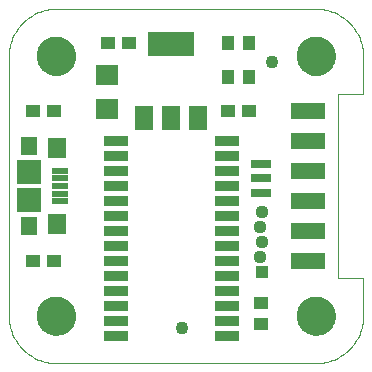
<source format=gts>
G75*
G70*
%OFA0B0*%
%FSLAX24Y24*%
%IPPOS*%
%LPD*%
%AMOC8*
5,1,8,0,0,1.08239X$1,22.5*
%
%ADD10C,0.0000*%
%ADD11C,0.1300*%
%ADD12R,0.0591X0.0670*%
%ADD13R,0.0552X0.0611*%
%ADD14R,0.0788X0.0788*%
%ADD15R,0.0571X0.0197*%
%ADD16R,0.1142X0.0552*%
%ADD17R,0.0827X0.0340*%
%ADD18R,0.0440X0.0440*%
%ADD19C,0.0440*%
%ADD20R,0.0473X0.0434*%
%ADD21R,0.0750X0.0670*%
%ADD22R,0.0434X0.0473*%
%ADD23R,0.0631X0.0827*%
%ADD24R,0.1536X0.0827*%
%ADD25R,0.0709X0.0316*%
%ADD26C,0.0434*%
D10*
X006993Y010471D02*
X015654Y010471D01*
X015024Y012046D02*
X015026Y012096D01*
X015032Y012146D01*
X015042Y012195D01*
X015056Y012243D01*
X015073Y012290D01*
X015094Y012335D01*
X015119Y012379D01*
X015147Y012420D01*
X015179Y012459D01*
X015213Y012496D01*
X015250Y012530D01*
X015290Y012560D01*
X015332Y012587D01*
X015376Y012611D01*
X015422Y012632D01*
X015469Y012648D01*
X015517Y012661D01*
X015567Y012670D01*
X015616Y012675D01*
X015667Y012676D01*
X015717Y012673D01*
X015766Y012666D01*
X015815Y012655D01*
X015863Y012640D01*
X015909Y012622D01*
X015954Y012600D01*
X015997Y012574D01*
X016038Y012545D01*
X016077Y012513D01*
X016113Y012478D01*
X016145Y012440D01*
X016175Y012400D01*
X016202Y012357D01*
X016225Y012313D01*
X016244Y012267D01*
X016260Y012219D01*
X016272Y012170D01*
X016280Y012121D01*
X016284Y012071D01*
X016284Y012021D01*
X016280Y011971D01*
X016272Y011922D01*
X016260Y011873D01*
X016244Y011825D01*
X016225Y011779D01*
X016202Y011735D01*
X016175Y011692D01*
X016145Y011652D01*
X016113Y011614D01*
X016077Y011579D01*
X016038Y011547D01*
X015997Y011518D01*
X015954Y011492D01*
X015909Y011470D01*
X015863Y011452D01*
X015815Y011437D01*
X015766Y011426D01*
X015717Y011419D01*
X015667Y011416D01*
X015616Y011417D01*
X015567Y011422D01*
X015517Y011431D01*
X015469Y011444D01*
X015422Y011460D01*
X015376Y011481D01*
X015332Y011505D01*
X015290Y011532D01*
X015250Y011562D01*
X015213Y011596D01*
X015179Y011633D01*
X015147Y011672D01*
X015119Y011713D01*
X015094Y011757D01*
X015073Y011802D01*
X015056Y011849D01*
X015042Y011897D01*
X015032Y011946D01*
X015026Y011996D01*
X015024Y012046D01*
X015654Y010471D02*
X015731Y010473D01*
X015808Y010479D01*
X015885Y010488D01*
X015961Y010501D01*
X016037Y010518D01*
X016111Y010539D01*
X016185Y010563D01*
X016257Y010591D01*
X016327Y010622D01*
X016396Y010657D01*
X016464Y010695D01*
X016529Y010736D01*
X016592Y010781D01*
X016653Y010829D01*
X016712Y010879D01*
X016768Y010932D01*
X016821Y010988D01*
X016871Y011047D01*
X016919Y011108D01*
X016964Y011171D01*
X017005Y011236D01*
X017043Y011304D01*
X017078Y011373D01*
X017109Y011443D01*
X017137Y011515D01*
X017161Y011589D01*
X017182Y011663D01*
X017199Y011739D01*
X017212Y011815D01*
X017221Y011892D01*
X017227Y011969D01*
X017229Y012046D01*
X017229Y013305D01*
X016404Y013305D01*
X016404Y019447D01*
X017229Y019447D01*
X017229Y020707D01*
X015024Y020707D02*
X015026Y020757D01*
X015032Y020807D01*
X015042Y020856D01*
X015056Y020904D01*
X015073Y020951D01*
X015094Y020996D01*
X015119Y021040D01*
X015147Y021081D01*
X015179Y021120D01*
X015213Y021157D01*
X015250Y021191D01*
X015290Y021221D01*
X015332Y021248D01*
X015376Y021272D01*
X015422Y021293D01*
X015469Y021309D01*
X015517Y021322D01*
X015567Y021331D01*
X015616Y021336D01*
X015667Y021337D01*
X015717Y021334D01*
X015766Y021327D01*
X015815Y021316D01*
X015863Y021301D01*
X015909Y021283D01*
X015954Y021261D01*
X015997Y021235D01*
X016038Y021206D01*
X016077Y021174D01*
X016113Y021139D01*
X016145Y021101D01*
X016175Y021061D01*
X016202Y021018D01*
X016225Y020974D01*
X016244Y020928D01*
X016260Y020880D01*
X016272Y020831D01*
X016280Y020782D01*
X016284Y020732D01*
X016284Y020682D01*
X016280Y020632D01*
X016272Y020583D01*
X016260Y020534D01*
X016244Y020486D01*
X016225Y020440D01*
X016202Y020396D01*
X016175Y020353D01*
X016145Y020313D01*
X016113Y020275D01*
X016077Y020240D01*
X016038Y020208D01*
X015997Y020179D01*
X015954Y020153D01*
X015909Y020131D01*
X015863Y020113D01*
X015815Y020098D01*
X015766Y020087D01*
X015717Y020080D01*
X015667Y020077D01*
X015616Y020078D01*
X015567Y020083D01*
X015517Y020092D01*
X015469Y020105D01*
X015422Y020121D01*
X015376Y020142D01*
X015332Y020166D01*
X015290Y020193D01*
X015250Y020223D01*
X015213Y020257D01*
X015179Y020294D01*
X015147Y020333D01*
X015119Y020374D01*
X015094Y020418D01*
X015073Y020463D01*
X015056Y020510D01*
X015042Y020558D01*
X015032Y020607D01*
X015026Y020657D01*
X015024Y020707D01*
X015654Y022282D02*
X015731Y022280D01*
X015808Y022274D01*
X015885Y022265D01*
X015961Y022252D01*
X016037Y022235D01*
X016111Y022214D01*
X016185Y022190D01*
X016257Y022162D01*
X016327Y022131D01*
X016396Y022096D01*
X016464Y022058D01*
X016529Y022017D01*
X016592Y021972D01*
X016653Y021924D01*
X016712Y021874D01*
X016768Y021821D01*
X016821Y021765D01*
X016871Y021706D01*
X016919Y021645D01*
X016964Y021582D01*
X017005Y021517D01*
X017043Y021449D01*
X017078Y021380D01*
X017109Y021310D01*
X017137Y021238D01*
X017161Y021164D01*
X017182Y021090D01*
X017199Y021014D01*
X017212Y020938D01*
X017221Y020861D01*
X017227Y020784D01*
X017229Y020707D01*
X015654Y022282D02*
X006993Y022282D01*
X006363Y020707D02*
X006365Y020757D01*
X006371Y020807D01*
X006381Y020856D01*
X006395Y020904D01*
X006412Y020951D01*
X006433Y020996D01*
X006458Y021040D01*
X006486Y021081D01*
X006518Y021120D01*
X006552Y021157D01*
X006589Y021191D01*
X006629Y021221D01*
X006671Y021248D01*
X006715Y021272D01*
X006761Y021293D01*
X006808Y021309D01*
X006856Y021322D01*
X006906Y021331D01*
X006955Y021336D01*
X007006Y021337D01*
X007056Y021334D01*
X007105Y021327D01*
X007154Y021316D01*
X007202Y021301D01*
X007248Y021283D01*
X007293Y021261D01*
X007336Y021235D01*
X007377Y021206D01*
X007416Y021174D01*
X007452Y021139D01*
X007484Y021101D01*
X007514Y021061D01*
X007541Y021018D01*
X007564Y020974D01*
X007583Y020928D01*
X007599Y020880D01*
X007611Y020831D01*
X007619Y020782D01*
X007623Y020732D01*
X007623Y020682D01*
X007619Y020632D01*
X007611Y020583D01*
X007599Y020534D01*
X007583Y020486D01*
X007564Y020440D01*
X007541Y020396D01*
X007514Y020353D01*
X007484Y020313D01*
X007452Y020275D01*
X007416Y020240D01*
X007377Y020208D01*
X007336Y020179D01*
X007293Y020153D01*
X007248Y020131D01*
X007202Y020113D01*
X007154Y020098D01*
X007105Y020087D01*
X007056Y020080D01*
X007006Y020077D01*
X006955Y020078D01*
X006906Y020083D01*
X006856Y020092D01*
X006808Y020105D01*
X006761Y020121D01*
X006715Y020142D01*
X006671Y020166D01*
X006629Y020193D01*
X006589Y020223D01*
X006552Y020257D01*
X006518Y020294D01*
X006486Y020333D01*
X006458Y020374D01*
X006433Y020418D01*
X006412Y020463D01*
X006395Y020510D01*
X006381Y020558D01*
X006371Y020607D01*
X006365Y020657D01*
X006363Y020707D01*
X005418Y020707D02*
X005420Y020784D01*
X005426Y020861D01*
X005435Y020938D01*
X005448Y021014D01*
X005465Y021090D01*
X005486Y021164D01*
X005510Y021238D01*
X005538Y021310D01*
X005569Y021380D01*
X005604Y021449D01*
X005642Y021517D01*
X005683Y021582D01*
X005728Y021645D01*
X005776Y021706D01*
X005826Y021765D01*
X005879Y021821D01*
X005935Y021874D01*
X005994Y021924D01*
X006055Y021972D01*
X006118Y022017D01*
X006183Y022058D01*
X006251Y022096D01*
X006320Y022131D01*
X006390Y022162D01*
X006462Y022190D01*
X006536Y022214D01*
X006610Y022235D01*
X006686Y022252D01*
X006762Y022265D01*
X006839Y022274D01*
X006916Y022280D01*
X006993Y022282D01*
X005418Y020707D02*
X005418Y012046D01*
X006363Y012046D02*
X006365Y012096D01*
X006371Y012146D01*
X006381Y012195D01*
X006395Y012243D01*
X006412Y012290D01*
X006433Y012335D01*
X006458Y012379D01*
X006486Y012420D01*
X006518Y012459D01*
X006552Y012496D01*
X006589Y012530D01*
X006629Y012560D01*
X006671Y012587D01*
X006715Y012611D01*
X006761Y012632D01*
X006808Y012648D01*
X006856Y012661D01*
X006906Y012670D01*
X006955Y012675D01*
X007006Y012676D01*
X007056Y012673D01*
X007105Y012666D01*
X007154Y012655D01*
X007202Y012640D01*
X007248Y012622D01*
X007293Y012600D01*
X007336Y012574D01*
X007377Y012545D01*
X007416Y012513D01*
X007452Y012478D01*
X007484Y012440D01*
X007514Y012400D01*
X007541Y012357D01*
X007564Y012313D01*
X007583Y012267D01*
X007599Y012219D01*
X007611Y012170D01*
X007619Y012121D01*
X007623Y012071D01*
X007623Y012021D01*
X007619Y011971D01*
X007611Y011922D01*
X007599Y011873D01*
X007583Y011825D01*
X007564Y011779D01*
X007541Y011735D01*
X007514Y011692D01*
X007484Y011652D01*
X007452Y011614D01*
X007416Y011579D01*
X007377Y011547D01*
X007336Y011518D01*
X007293Y011492D01*
X007248Y011470D01*
X007202Y011452D01*
X007154Y011437D01*
X007105Y011426D01*
X007056Y011419D01*
X007006Y011416D01*
X006955Y011417D01*
X006906Y011422D01*
X006856Y011431D01*
X006808Y011444D01*
X006761Y011460D01*
X006715Y011481D01*
X006671Y011505D01*
X006629Y011532D01*
X006589Y011562D01*
X006552Y011596D01*
X006518Y011633D01*
X006486Y011672D01*
X006458Y011713D01*
X006433Y011757D01*
X006412Y011802D01*
X006395Y011849D01*
X006381Y011897D01*
X006371Y011946D01*
X006365Y011996D01*
X006363Y012046D01*
X005418Y012046D02*
X005420Y011969D01*
X005426Y011892D01*
X005435Y011815D01*
X005448Y011739D01*
X005465Y011663D01*
X005486Y011589D01*
X005510Y011515D01*
X005538Y011443D01*
X005569Y011373D01*
X005604Y011304D01*
X005642Y011236D01*
X005683Y011171D01*
X005728Y011108D01*
X005776Y011047D01*
X005826Y010988D01*
X005879Y010932D01*
X005935Y010879D01*
X005994Y010829D01*
X006055Y010781D01*
X006118Y010736D01*
X006183Y010695D01*
X006251Y010657D01*
X006320Y010622D01*
X006390Y010591D01*
X006462Y010563D01*
X006536Y010539D01*
X006610Y010518D01*
X006686Y010501D01*
X006762Y010488D01*
X006839Y010479D01*
X006916Y010473D01*
X006993Y010471D01*
D11*
X006993Y012046D03*
X006993Y020707D03*
X015654Y020707D03*
X015654Y012046D03*
D12*
X007038Y015116D03*
X007038Y017636D03*
D13*
X006074Y017725D03*
X006074Y015028D03*
D14*
X006074Y015904D03*
X006074Y016849D03*
D15*
X007127Y016888D03*
X007127Y016632D03*
X007127Y016376D03*
X007127Y016120D03*
X007127Y015864D03*
D16*
X015399Y015876D03*
X015399Y016876D03*
X015399Y017876D03*
X015399Y018876D03*
X015399Y014876D03*
X015399Y013876D03*
D17*
X012674Y013876D03*
X012674Y013376D03*
X012674Y012876D03*
X012674Y012376D03*
X012674Y011876D03*
X012674Y011376D03*
X012674Y014376D03*
X012674Y014876D03*
X012674Y015376D03*
X012674Y015876D03*
X012674Y016376D03*
X012674Y016876D03*
X012674Y017376D03*
X012674Y017876D03*
X008973Y017876D03*
X008973Y017376D03*
X008973Y016876D03*
X008973Y016376D03*
X008973Y015876D03*
X008973Y015376D03*
X008973Y014876D03*
X008973Y014376D03*
X008973Y013876D03*
X008973Y013376D03*
X008973Y012876D03*
X008973Y012376D03*
X008973Y011876D03*
X008973Y011376D03*
D18*
X013844Y013501D03*
D19*
X013804Y014001D03*
X013844Y014501D03*
X013804Y015001D03*
X013844Y015501D03*
D20*
X013824Y012461D03*
X013824Y011792D03*
X013408Y018876D03*
X012739Y018876D03*
X009408Y021126D03*
X008739Y021126D03*
X006908Y018876D03*
X006239Y018876D03*
X006239Y013876D03*
X006908Y013876D03*
D21*
X008699Y018941D03*
X008699Y020061D03*
D22*
X012739Y020001D03*
X013408Y020001D03*
X013408Y021126D03*
X012739Y021126D03*
D23*
X011729Y018636D03*
X010824Y018636D03*
X009918Y018636D03*
D24*
X010824Y021116D03*
D25*
X013824Y017099D03*
X013824Y016626D03*
X013824Y016154D03*
D26*
X014199Y020501D03*
X011199Y011626D03*
M02*

</source>
